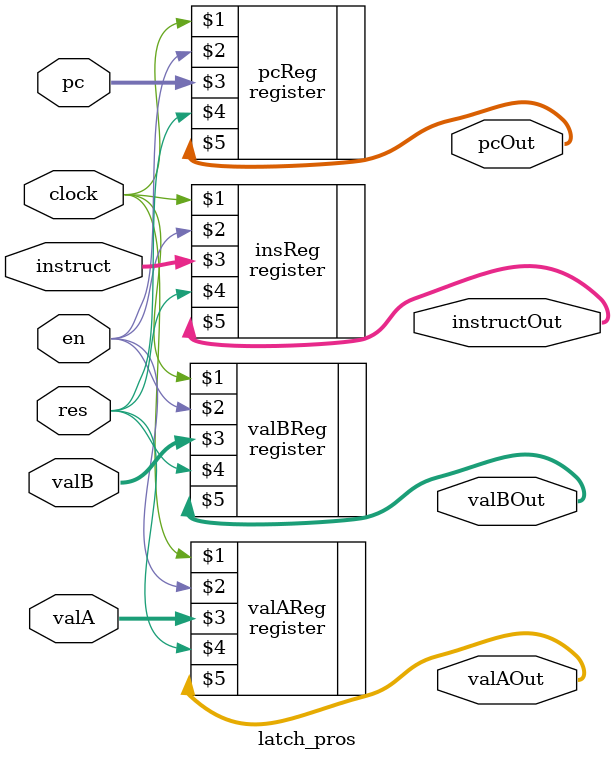
<source format=v>
module latch_pros(clock,en,res,pc,instruct,valA,valB,pcOut,instructOut,valAOut,valBOut);
	input clock, en, res;
	input [31:0] pc, instruct, valA, valB;
	output [31:0] pcOut, instructOut, valAOut, valBOut;
	
	register pcReg(clock,en,pc,res,pcOut);
	register insReg(clock,en,instruct,res,instructOut);
	register valAReg(clock,en,valA,res,valAOut);
	register valBReg(clock,en,valB,res,valBOut);
endmodule
</source>
